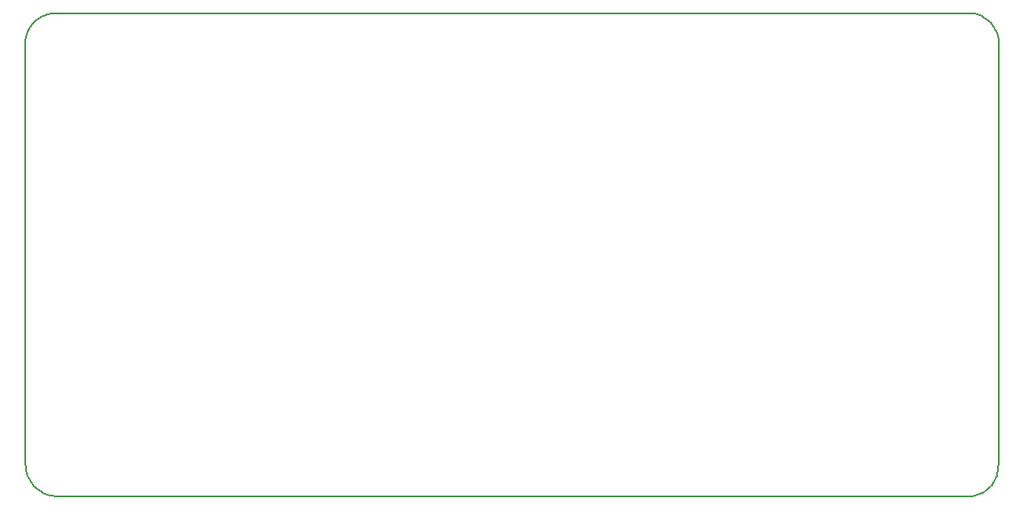
<source format=gbr>
G04 DipTrace 3.2.0.1*
G04 BoardOutline.gbr*
%MOIN*%
G04 #@! TF.FileFunction,Profile*
G04 #@! TF.Part,Single*
%ADD11C,0.005512*%
%FSLAX26Y26*%
G04*
G70*
G90*
G75*
G01*
G04 BoardOutline*
%LPD*%
X513803Y393701D2*
D11*
X4151237D1*
G03X4252966Y518810I-16482J117315D01*
G01*
X4253954Y2183109D1*
G03X4135850Y2311024I-117107J10355D01*
G01*
X513796D1*
G03X395686Y2166066I2888J-122950D01*
G01*
X395693Y521664D1*
G03X513803Y393701I123403J-4588D01*
G01*
M02*

</source>
